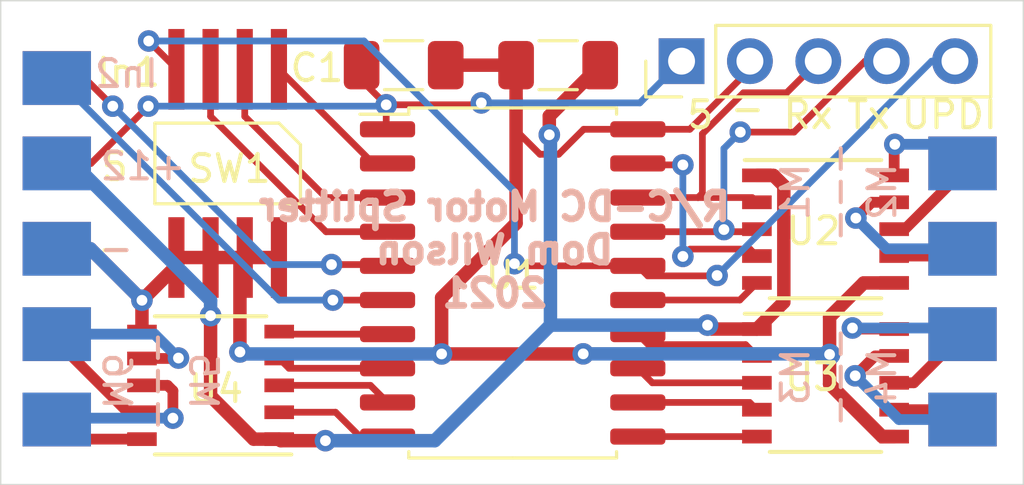
<source format=kicad_pcb>
(kicad_pcb (version 20171130) (host pcbnew "(5.1.9)-1")

  (general
    (thickness 1.6)
    (drawings 19)
    (tracks 218)
    (zones 0)
    (modules 18)
    (nets 34)
  )

  (page A4)
  (layers
    (0 F.Cu signal)
    (31 B.Cu signal)
    (32 B.Adhes user hide)
    (33 F.Adhes user hide)
    (34 B.Paste user hide)
    (35 F.Paste user hide)
    (36 B.SilkS user)
    (37 F.SilkS user)
    (38 B.Mask user hide)
    (39 F.Mask user hide)
    (40 Dwgs.User user hide)
    (41 Cmts.User user hide)
    (42 Eco1.User user hide)
    (43 Eco2.User user hide)
    (44 Edge.Cuts user)
    (45 Margin user hide)
    (46 B.CrtYd user hide)
    (47 F.CrtYd user hide)
    (48 B.Fab user hide)
    (49 F.Fab user hide)
  )

  (setup
    (last_trace_width 0.5)
    (user_trace_width 0.4)
    (user_trace_width 0.5)
    (trace_clearance 0.2)
    (zone_clearance 0.508)
    (zone_45_only no)
    (trace_min 0.2)
    (via_size 0.8)
    (via_drill 0.4)
    (via_min_size 0.4)
    (via_min_drill 0.3)
    (uvia_size 0.3)
    (uvia_drill 0.1)
    (uvias_allowed no)
    (uvia_min_size 0.2)
    (uvia_min_drill 0.1)
    (edge_width 0.05)
    (segment_width 0.2)
    (pcb_text_width 0.3)
    (pcb_text_size 1.5 1.5)
    (mod_edge_width 0.12)
    (mod_text_size 1 1)
    (mod_text_width 0.15)
    (pad_size 1.524 1.524)
    (pad_drill 0.762)
    (pad_to_mask_clearance 0)
    (aux_axis_origin 0 0)
    (grid_origin 90.8304 76.581)
    (visible_elements 7FFFFFFF)
    (pcbplotparams
      (layerselection 0x010f0_ffffffff)
      (usegerberextensions false)
      (usegerberattributes true)
      (usegerberadvancedattributes true)
      (creategerberjobfile true)
      (excludeedgelayer true)
      (linewidth 0.100000)
      (plotframeref false)
      (viasonmask false)
      (mode 1)
      (useauxorigin false)
      (hpglpennumber 1)
      (hpglpenspeed 20)
      (hpglpendiameter 15.000000)
      (psnegative false)
      (psa4output false)
      (plotreference true)
      (plotvalue false)
      (plotinvisibletext false)
      (padsonsilk true)
      (subtractmaskfromsilk false)
      (outputformat 1)
      (mirror false)
      (drillshape 0)
      (scaleselection 1)
      (outputdirectory "gerber"))
  )

  (net 0 "")
  (net 1 GND)
  (net 2 +5V)
  (net 3 UPDI)
  (net 4 "Net-(J2-Pad2)")
  (net 5 "Net-(J2-Pad1)")
  (net 6 "Net-(J3-Pad2)")
  (net 7 "Net-(J3-Pad1)")
  (net 8 "Net-(J4-Pad2)")
  (net 9 "Net-(J4-Pad1)")
  (net 10 RC_IN1)
  (net 11 RC_IN2)
  (net 12 +12V)
  (net 13 Input3)
  (net 14 Input2)
  (net 15 Input1)
  (net 16 Motor1_In1)
  (net 17 Motor1_In2)
  (net 18 Motor2_In1)
  (net 19 Motor2_In2)
  (net 20 Motor3_In1)
  (net 21 Motor3_In2)
  (net 22 Motor4_In1)
  (net 23 Motor4_In2)
  (net 24 Motor5_In1)
  (net 25 Motor5_In2)
  (net 26 Motor6_In1)
  (net 27 Motor6_In2)
  (net 28 "Net-(J8-Pad2)")
  (net 29 "Net-(J8-Pad1)")
  (net 30 "Net-(J7-Pad2)")
  (net 31 "Net-(J7-Pad1)")
  (net 32 "Net-(J9-Pad2)")
  (net 33 "Net-(J9-Pad1)")

  (net_class Default "This is the default net class."
    (clearance 0.2)
    (trace_width 0.25)
    (via_dia 0.8)
    (via_drill 0.4)
    (uvia_dia 0.3)
    (uvia_drill 0.1)
    (add_net +12V)
    (add_net +5V)
    (add_net GND)
    (add_net Input1)
    (add_net Input2)
    (add_net Input3)
    (add_net Motor1_In1)
    (add_net Motor1_In2)
    (add_net Motor2_In1)
    (add_net Motor2_In2)
    (add_net Motor3_In1)
    (add_net Motor3_In2)
    (add_net Motor4_In1)
    (add_net Motor4_In2)
    (add_net Motor5_In1)
    (add_net Motor5_In2)
    (add_net Motor6_In1)
    (add_net Motor6_In2)
    (add_net "Net-(J2-Pad1)")
    (add_net "Net-(J2-Pad2)")
    (add_net "Net-(J3-Pad1)")
    (add_net "Net-(J3-Pad2)")
    (add_net "Net-(J4-Pad1)")
    (add_net "Net-(J4-Pad2)")
    (add_net "Net-(J7-Pad1)")
    (add_net "Net-(J7-Pad2)")
    (add_net "Net-(J8-Pad1)")
    (add_net "Net-(J8-Pad2)")
    (add_net "Net-(J9-Pad1)")
    (add_net "Net-(J9-Pad2)")
    (add_net RC_IN1)
    (add_net RC_IN2)
    (add_net UPDI)
  )

  (module Capacitor_SMD:C_1206_3216Metric_Pad1.33x1.80mm_HandSolder (layer F.Cu) (tedit 5F68FEEF) (tstamp 600F512C)
    (at 111.5445 78.9806 180)
    (descr "Capacitor SMD 1206 (3216 Metric), square (rectangular) end terminal, IPC_7351 nominal with elongated pad for handsoldering. (Body size source: IPC-SM-782 page 76, https://www.pcb-3d.com/wordpress/wp-content/uploads/ipc-sm-782a_amendment_1_and_2.pdf), generated with kicad-footprint-generator")
    (tags "capacitor handsolder")
    (path /601029A3)
    (attr smd)
    (fp_text reference C2 (at 0 -1.85) (layer F.SilkS) hide
      (effects (font (size 1 1) (thickness 0.15)))
    )
    (fp_text value 2.2uf (at 0 1.85) (layer F.Fab)
      (effects (font (size 1 1) (thickness 0.15)))
    )
    (fp_line (start 2.48 1.15) (end -2.48 1.15) (layer F.CrtYd) (width 0.05))
    (fp_line (start 2.48 -1.15) (end 2.48 1.15) (layer F.CrtYd) (width 0.05))
    (fp_line (start -2.48 -1.15) (end 2.48 -1.15) (layer F.CrtYd) (width 0.05))
    (fp_line (start -2.48 1.15) (end -2.48 -1.15) (layer F.CrtYd) (width 0.05))
    (fp_line (start -0.711252 0.91) (end 0.711252 0.91) (layer F.SilkS) (width 0.12))
    (fp_line (start -0.711252 -0.91) (end 0.711252 -0.91) (layer F.SilkS) (width 0.12))
    (fp_line (start 1.6 0.8) (end -1.6 0.8) (layer F.Fab) (width 0.1))
    (fp_line (start 1.6 -0.8) (end 1.6 0.8) (layer F.Fab) (width 0.1))
    (fp_line (start -1.6 -0.8) (end 1.6 -0.8) (layer F.Fab) (width 0.1))
    (fp_line (start -1.6 0.8) (end -1.6 -0.8) (layer F.Fab) (width 0.1))
    (fp_text user %R (at 0 0) (layer F.Fab)
      (effects (font (size 0.8 0.8) (thickness 0.12)))
    )
    (pad 2 smd roundrect (at 1.5625 0 180) (size 1.325 1.8) (layers F.Cu F.Paste F.Mask) (roundrect_rratio 0.1886784905660377)
      (net 1 GND))
    (pad 1 smd roundrect (at -1.5625 0 180) (size 1.325 1.8) (layers F.Cu F.Paste F.Mask) (roundrect_rratio 0.1886784905660377)
      (net 12 +12V))
    (model ${KISYS3DMOD}/Capacitor_SMD.3dshapes/C_1206_3216Metric.wrl
      (at (xyz 0 0 0))
      (scale (xyz 1 1 1))
      (rotate (xyz 0 0 0))
    )
  )

  (module RC-DC-Motor_Splitter_footprints:SOIC-8-Extended_pads_dip-switch (layer F.Cu) (tedit 0) (tstamp 600F53C7)
    (at 99.265 82.635 180)
    (path /600C7A0D)
    (attr smd)
    (fp_text reference SW1 (at -0.0654 -0.196 180) (layer F.SilkS)
      (effects (font (size 1 1) (thickness 0.15)))
    )
    (fp_text value SW_DIP_x04 (at 0 0) (layer F.Fab)
      (effects (font (size 1 1) (thickness 0.15)))
    )
    (fp_line (start -2.46 5.25) (end -2.46 -5.25) (layer F.CrtYd) (width 0.05))
    (fp_line (start 2.46 5.25) (end -2.46 5.25) (layer F.CrtYd) (width 0.05))
    (fp_line (start 2.46 -5.25) (end 2.46 5.25) (layer F.CrtYd) (width 0.05))
    (fp_line (start -2.46 -5.25) (end 2.46 -5.25) (layer F.CrtYd) (width 0.05))
    (fp_line (start 2.705 1.5) (end -1.905 1.5) (layer F.SilkS) (width 0.12))
    (fp_line (start 2.705 -1.5) (end 2.705 1.5) (layer F.SilkS) (width 0.12))
    (fp_line (start -2.705 -1.5) (end 2.705 -1.5) (layer F.SilkS) (width 0.12))
    (fp_line (start -2.705 0.7) (end -2.705 -1.5) (layer F.SilkS) (width 0.12))
    (fp_line (start -1.905 1.5) (end -2.705 0.7) (layer F.SilkS) (width 0.12))
    (pad 4 smd rect (at 1.905 3.5 180) (size 0.6 3) (layers F.Cu F.Paste F.Mask)
      (net 3 UPDI))
    (pad 5 smd rect (at 1.905 -3.5 180) (size 0.6 3) (layers F.Cu F.Paste F.Mask)
      (net 1 GND))
    (pad 3 smd rect (at 0.635 3.5 180) (size 0.6 3) (layers F.Cu F.Paste F.Mask)
      (net 13 Input3))
    (pad 6 smd rect (at 0.635 -3.5 180) (size 0.6 3) (layers F.Cu F.Paste F.Mask)
      (net 1 GND))
    (pad 2 smd rect (at -0.635 3.5 180) (size 0.6 3) (layers F.Cu F.Paste F.Mask)
      (net 14 Input2))
    (pad 7 smd rect (at -0.635 -3.5 180) (size 0.6 3) (layers F.Cu F.Paste F.Mask)
      (net 1 GND))
    (pad 1 smd rect (at -1.905 3.5 180) (size 0.6 3) (layers F.Cu F.Paste F.Mask)
      (net 15 Input1))
    (pad 8 smd rect (at -1.905 -3.5 180) (size 0.6 3) (layers F.Cu F.Paste F.Mask)
      (net 1 GND))
  )

  (module Connector_PinHeader_2.54mm:PinHeader_1x05_P2.54mm_Vertical (layer F.Cu) (tedit 59FED5CC) (tstamp 600F5164)
    (at 116.1304 78.831 90)
    (descr "Through hole straight pin header, 1x05, 2.54mm pitch, single row")
    (tags "Through hole pin header THT 1x05 2.54mm single row")
    (path /600EF9A3)
    (fp_text reference J1 (at 0 -2.33 90) (layer F.SilkS) hide
      (effects (font (size 1 1) (thickness 0.15)))
    )
    (fp_text value Conn_01x05 (at 0 12.49 90) (layer F.Fab)
      (effects (font (size 1 1) (thickness 0.15)))
    )
    (fp_line (start 1.8 -1.8) (end -1.8 -1.8) (layer F.CrtYd) (width 0.05))
    (fp_line (start 1.8 11.95) (end 1.8 -1.8) (layer F.CrtYd) (width 0.05))
    (fp_line (start -1.8 11.95) (end 1.8 11.95) (layer F.CrtYd) (width 0.05))
    (fp_line (start -1.8 -1.8) (end -1.8 11.95) (layer F.CrtYd) (width 0.05))
    (fp_line (start -1.33 -1.33) (end 0 -1.33) (layer F.SilkS) (width 0.12))
    (fp_line (start -1.33 0) (end -1.33 -1.33) (layer F.SilkS) (width 0.12))
    (fp_line (start -1.33 1.27) (end 1.33 1.27) (layer F.SilkS) (width 0.12))
    (fp_line (start 1.33 1.27) (end 1.33 11.49) (layer F.SilkS) (width 0.12))
    (fp_line (start -1.33 1.27) (end -1.33 11.49) (layer F.SilkS) (width 0.12))
    (fp_line (start -1.33 11.49) (end 1.33 11.49) (layer F.SilkS) (width 0.12))
    (fp_line (start -1.27 -0.635) (end -0.635 -1.27) (layer F.Fab) (width 0.1))
    (fp_line (start -1.27 11.43) (end -1.27 -0.635) (layer F.Fab) (width 0.1))
    (fp_line (start 1.27 11.43) (end -1.27 11.43) (layer F.Fab) (width 0.1))
    (fp_line (start 1.27 -1.27) (end 1.27 11.43) (layer F.Fab) (width 0.1))
    (fp_line (start -0.635 -1.27) (end 1.27 -1.27) (layer F.Fab) (width 0.1))
    (fp_text user %R (at 0 5.08) (layer F.Fab)
      (effects (font (size 1 1) (thickness 0.15)))
    )
    (pad 5 thru_hole oval (at 0 10.16 90) (size 1.7 1.7) (drill 1) (layers *.Cu *.Mask)
      (net 3 UPDI))
    (pad 4 thru_hole oval (at 0 7.62 90) (size 1.7 1.7) (drill 1) (layers *.Cu *.Mask)
      (net 17 Motor1_In2))
    (pad 3 thru_hole oval (at 0 5.08 90) (size 1.7 1.7) (drill 1) (layers *.Cu *.Mask)
      (net 16 Motor1_In1))
    (pad 2 thru_hole oval (at 0 2.54 90) (size 1.7 1.7) (drill 1) (layers *.Cu *.Mask)
      (net 1 GND))
    (pad 1 thru_hole rect (at 0 0 90) (size 1.7 1.7) (drill 1) (layers *.Cu *.Mask)
      (net 2 +5V))
    (model ${KISYS3DMOD}/Connector_PinHeader_2.54mm.3dshapes/PinHeader_1x05_P2.54mm_Vertical.wrl
      (at (xyz 0 0 0))
      (scale (xyz 1 1 1))
      (rotate (xyz 0 0 0))
    )
  )

  (module RC-DC-Motor_Splitter_footprints:Single_Pad (layer F.Cu) (tedit 600C7044) (tstamp 600F51A4)
    (at 92.915 79.46 90)
    (path /600EAF31)
    (fp_text reference J11 (at 0.127 -5.3594 90) (layer F.SilkS) hide
      (effects (font (size 1 1) (thickness 0.15)))
    )
    (fp_text value Conn_01x01 (at 0 -0.5 90) (layer F.Fab)
      (effects (font (size 1 1) (thickness 0.15)))
    )
    (pad 1 smd rect (at 0 0 90) (size 2 2.54) (layers F.Cu F.Paste F.Mask)
      (net 11 RC_IN2))
  )

  (module RC-DC-Motor_Splitter_footprints:Single_Pad (layer B.Cu) (tedit 600C7044) (tstamp 600F5198)
    (at 92.915 79.46 270)
    (path /600EAB63)
    (fp_text reference J6 (at -0.127 4.7498 270) (layer B.SilkS) hide
      (effects (font (size 1 1) (thickness 0.15)) (justify mirror))
    )
    (fp_text value Conn_01x01 (at 0 0.5 270) (layer B.Fab)
      (effects (font (size 1 1) (thickness 0.15)) (justify mirror))
    )
    (pad 1 smd rect (at 0 0 270) (size 2 2.54) (layers B.Cu B.Paste B.Mask)
      (net 10 RC_IN1))
  )

  (module RC-DC-Motor_Splitter_footprints:Motor_Pad (layer F.Cu) (tedit 600C6E39) (tstamp 600F539A)
    (at 92.915 82.635 270)
    (path /600E8530)
    (fp_text reference J5 (at 0.1524 4.8768 90) (layer F.SilkS) hide
      (effects (font (size 1 1) (thickness 0.15)))
    )
    (fp_text value Conn_01x02 (at 0 -0.5 90) (layer F.Fab)
      (effects (font (size 1 1) (thickness 0.15)))
    )
    (pad 2 smd rect (at 3.175 0 270) (size 2 2.54) (layers F.Cu F.Paste F.Mask)
      (net 1 GND))
    (pad 1 smd rect (at 0 0 270) (size 2 2.54) (layers F.Cu F.Paste F.Mask)
      (net 2 +5V))
  )

  (module RC-DC-Motor_Splitter_footprints:Motor_Pad (layer B.Cu) (tedit 600C6E39) (tstamp 600F51B1)
    (at 92.915 82.635 270)
    (path /600E2ADE)
    (fp_text reference J10 (at 0.0508 4.7244 90) (layer B.SilkS) hide
      (effects (font (size 1 1) (thickness 0.15)) (justify mirror))
    )
    (fp_text value Conn_01x02 (at 0 0.5 90) (layer B.Fab)
      (effects (font (size 1 1) (thickness 0.15)) (justify mirror))
    )
    (pad 2 smd rect (at 3.175 0 270) (size 2 2.54) (layers B.Cu B.Paste B.Mask)
      (net 1 GND))
    (pad 1 smd rect (at 0 0 270) (size 2 2.54) (layers B.Cu B.Paste B.Mask)
      (net 12 +12V))
  )

  (module RC-DC-Motor_Splitter_footprints:Motor_Pad (layer F.Cu) (tedit 600C6E39) (tstamp 600F538B)
    (at 126.57 82.635 270)
    (path /600E351B)
    (fp_text reference J9 (at 0.2032 -5.4356 90) (layer F.SilkS) hide
      (effects (font (size 1 1) (thickness 0.15)))
    )
    (fp_text value Conn_01x02 (at 0 -0.5 90) (layer F.Fab)
      (effects (font (size 1 1) (thickness 0.15)))
    )
    (pad 2 smd rect (at 3.175 0 270) (size 2 2.54) (layers F.Cu F.Paste F.Mask)
      (net 32 "Net-(J9-Pad2)"))
    (pad 1 smd rect (at 0 0 270) (size 2 2.54) (layers F.Cu F.Paste F.Mask)
      (net 33 "Net-(J9-Pad1)"))
  )

  (module RC-DC-Motor_Splitter_footprints:Motor_Pad (layer B.Cu) (tedit 600C6E39) (tstamp 600F51C0)
    (at 126.57 82.635 270)
    (path /600E2035)
    (fp_text reference J7 (at -0.2032 -4.1656 90) (layer B.SilkS) hide
      (effects (font (size 1 1) (thickness 0.15)) (justify mirror))
    )
    (fp_text value Conn_01x02 (at 0 0.5 90) (layer B.Fab)
      (effects (font (size 1 1) (thickness 0.15)) (justify mirror))
    )
    (pad 2 smd rect (at 3.175 0 270) (size 2 2.54) (layers B.Cu B.Paste B.Mask)
      (net 30 "Net-(J7-Pad2)"))
    (pad 1 smd rect (at 0 0 270) (size 2 2.54) (layers B.Cu B.Paste B.Mask)
      (net 31 "Net-(J7-Pad1)"))
  )

  (module RC-DC-Motor_Splitter_footprints:Motor_Pad (layer F.Cu) (tedit 600C6E39) (tstamp 600F53A9)
    (at 126.57 88.985 270)
    (path /600E4B5B)
    (fp_text reference J3 (at 0.4318 -5.6896 90) (layer F.SilkS) hide
      (effects (font (size 1 1) (thickness 0.15)))
    )
    (fp_text value Conn_01x02 (at 0 -0.5 90) (layer F.Fab)
      (effects (font (size 1 1) (thickness 0.15)))
    )
    (pad 2 smd rect (at 3.175 0 270) (size 2 2.54) (layers F.Cu F.Paste F.Mask)
      (net 6 "Net-(J3-Pad2)"))
    (pad 1 smd rect (at 0 0 270) (size 2 2.54) (layers F.Cu F.Paste F.Mask)
      (net 7 "Net-(J3-Pad1)"))
  )

  (module RC-DC-Motor_Splitter_footprints:Motor_Pad (layer B.Cu) (tedit 600C6E39) (tstamp 600F51CF)
    (at 126.57 88.985 270)
    (path /600E41BB)
    (fp_text reference J2 (at -0.0508 -3.683 90) (layer B.SilkS) hide
      (effects (font (size 1 1) (thickness 0.15)) (justify mirror))
    )
    (fp_text value Conn_01x02 (at 0 0.5 90) (layer B.Fab)
      (effects (font (size 1 1) (thickness 0.15)) (justify mirror))
    )
    (pad 2 smd rect (at 3.175 0 270) (size 2 2.54) (layers B.Cu B.Paste B.Mask)
      (net 4 "Net-(J2-Pad2)"))
    (pad 1 smd rect (at 0 0 270) (size 2 2.54) (layers B.Cu B.Paste B.Mask)
      (net 5 "Net-(J2-Pad1)"))
  )

  (module RC-DC-Motor_Splitter_footprints:Motor_Pad (layer B.Cu) (tedit 600C6E39) (tstamp 600F533D)
    (at 92.915 92.16 90)
    (path /600DD084)
    (fp_text reference J8 (at -2.0828 0.127 270) (layer B.SilkS) hide
      (effects (font (size 1 1) (thickness 0.15)) (justify mirror))
    )
    (fp_text value Conn_01x02 (at 0 0.5 270) (layer B.Fab)
      (effects (font (size 1 1) (thickness 0.15)) (justify mirror))
    )
    (pad 2 smd rect (at 3.175 0 90) (size 2 2.54) (layers B.Cu B.Paste B.Mask)
      (net 28 "Net-(J8-Pad2)"))
    (pad 1 smd rect (at 0 0 90) (size 2 2.54) (layers B.Cu B.Paste B.Mask)
      (net 29 "Net-(J8-Pad1)"))
  )

  (module RC-DC-Motor_Splitter_footprints:Motor_Pad (layer F.Cu) (tedit 600C6E39) (tstamp 600F534C)
    (at 92.915 92.16 90)
    (path /600DB784)
    (fp_text reference J4 (at 0.0508 -5.0292 90) (layer F.SilkS) hide
      (effects (font (size 1 1) (thickness 0.15)))
    )
    (fp_text value Conn_01x02 (at 0 -0.5 90) (layer F.Fab)
      (effects (font (size 1 1) (thickness 0.15)))
    )
    (pad 2 smd rect (at 3.175 0 90) (size 2 2.54) (layers F.Cu F.Paste F.Mask)
      (net 8 "Net-(J4-Pad2)"))
    (pad 1 smd rect (at 0 0 90) (size 2 2.54) (layers F.Cu F.Paste F.Mask)
      (net 9 "Net-(J4-Pad1)"))
  )

  (module RC-DC-Motor_Splitter_footprints:SOIC-10_3.9x4.9mm_P1.00mm (layer F.Cu) (tedit 600EC96F) (tstamp 600F59D1)
    (at 98.63 90.89 180)
    (descr "10-Lead SSOP, 3.9 x 4.9mm body, 1.00mm pitch (http://www.st.com/resource/en/datasheet/viper01.pdf)")
    (tags "SSOP 3.9 4.9 1.00")
    (path /600C5254)
    (attr smd)
    (fp_text reference U4 (at -0.2032 -0.127) (layer F.SilkS)
      (effects (font (size 1 1) (thickness 0.15)))
    )
    (fp_text value LV8548MC_Dual_HBridge_SOIC10 (at 0 3.5) (layer F.Fab)
      (effects (font (size 1 1) (thickness 0.15)))
    )
    (fp_line (start -0.95 -2.45) (end 1.95 -2.45) (layer F.Fab) (width 0.1))
    (fp_line (start 1.95 -2.45) (end 1.95 2.45) (layer F.Fab) (width 0.1))
    (fp_line (start 1.95 2.45) (end -1.95 2.45) (layer F.Fab) (width 0.1))
    (fp_line (start -1.95 2.45) (end -1.95 -1.45) (layer F.Fab) (width 0.1))
    (fp_line (start -1.95 -1.45) (end -0.95 -2.45) (layer F.Fab) (width 0.1))
    (fp_line (start -3.35 -2.7) (end -3.35 2.7) (layer F.CrtYd) (width 0.05))
    (fp_line (start 3.35 -2.7) (end 3.35 2.7) (layer F.CrtYd) (width 0.05))
    (fp_line (start -3.35 -2.7) (end 3.35 -2.7) (layer F.CrtYd) (width 0.05))
    (fp_line (start -3.35 2.7) (end 3.35 2.7) (layer F.CrtYd) (width 0.05))
    (fp_line (start -3 -2.57) (end 2.07 -2.57) (layer F.SilkS) (width 0.15))
    (fp_line (start -2.07 2.57) (end 2.07 2.57) (layer F.SilkS) (width 0.15))
    (fp_text user %R (at 0 0) (layer F.Fab)
      (effects (font (size 1 1) (thickness 0.15)))
    )
    (pad 10 smd rect (at 2.55 -2 180) (size 1.1 0.51) (layers F.Cu F.Paste F.Mask)
      (net 9 "Net-(J4-Pad1)"))
    (pad 9 smd rect (at 2.55 -1 180) (size 1.1 0.51) (layers F.Cu F.Paste F.Mask)
      (net 8 "Net-(J4-Pad2)"))
    (pad 5 smd rect (at -2.55 2 180) (size 1.1 0.51) (layers F.Cu F.Paste F.Mask)
      (net 27 Motor6_In2))
    (pad 8 smd rect (at 2.55 0 180) (size 1.1 0.51) (layers F.Cu F.Paste F.Mask)
      (net 29 "Net-(J8-Pad1)"))
    (pad 7 smd rect (at 2.55 1 180) (size 1.1 0.51) (layers F.Cu F.Paste F.Mask)
      (net 28 "Net-(J8-Pad2)"))
    (pad 6 smd rect (at 2.55 2 180) (size 1.1 0.51) (layers F.Cu F.Paste F.Mask)
      (net 1 GND))
    (pad 4 smd rect (at -2.55 1 180) (size 1.1 0.51) (layers F.Cu F.Paste F.Mask)
      (net 26 Motor6_In1))
    (pad 3 smd rect (at -2.55 0 180) (size 1.1 0.51) (layers F.Cu F.Paste F.Mask)
      (net 25 Motor5_In2))
    (pad 2 smd rect (at -2.55 -1 180) (size 1.1 0.51) (layers F.Cu F.Paste F.Mask)
      (net 24 Motor5_In1))
    (pad 1 smd rect (at -2.55 -2 180) (size 1.1 0.51) (layers F.Cu F.Paste F.Mask)
      (net 12 +12V))
    (model ${KISYS3DMOD}/Package_SO.3dshapes/SSOP-10_3.9x4.9mm_P1.00mm.wrl
      (at (xyz 0 0 0))
      (scale (xyz 1 1 1))
      (rotate (xyz 0 0 0))
    )
  )

  (module RC-DC-Motor_Splitter_footprints:SOIC-10_3.9x4.9mm_P1.00mm (layer F.Cu) (tedit 600EC96F) (tstamp 600F523D)
    (at 121.48 90.795)
    (descr "10-Lead SSOP, 3.9 x 4.9mm body, 1.00mm pitch (http://www.st.com/resource/en/datasheet/viper01.pdf)")
    (tags "SSOP 3.9 4.9 1.00")
    (path /600BFC6B)
    (attr smd)
    (fp_text reference U3 (at -0.4998 -0.2186) (layer F.SilkS)
      (effects (font (size 1 1) (thickness 0.15)))
    )
    (fp_text value LV8548MC_Dual_HBridge_SOIC10 (at 0 3.5) (layer F.Fab)
      (effects (font (size 1 1) (thickness 0.15)))
    )
    (fp_line (start -0.95 -2.45) (end 1.95 -2.45) (layer F.Fab) (width 0.1))
    (fp_line (start 1.95 -2.45) (end 1.95 2.45) (layer F.Fab) (width 0.1))
    (fp_line (start 1.95 2.45) (end -1.95 2.45) (layer F.Fab) (width 0.1))
    (fp_line (start -1.95 2.45) (end -1.95 -1.45) (layer F.Fab) (width 0.1))
    (fp_line (start -1.95 -1.45) (end -0.95 -2.45) (layer F.Fab) (width 0.1))
    (fp_line (start -3.35 -2.7) (end -3.35 2.7) (layer F.CrtYd) (width 0.05))
    (fp_line (start 3.35 -2.7) (end 3.35 2.7) (layer F.CrtYd) (width 0.05))
    (fp_line (start -3.35 -2.7) (end 3.35 -2.7) (layer F.CrtYd) (width 0.05))
    (fp_line (start -3.35 2.7) (end 3.35 2.7) (layer F.CrtYd) (width 0.05))
    (fp_line (start -3 -2.57) (end 2.07 -2.57) (layer F.SilkS) (width 0.15))
    (fp_line (start -2.07 2.57) (end 2.07 2.57) (layer F.SilkS) (width 0.15))
    (fp_text user %R (at 0 0) (layer F.Fab)
      (effects (font (size 1 1) (thickness 0.15)))
    )
    (pad 10 smd rect (at 2.55 -2) (size 1.1 0.51) (layers F.Cu F.Paste F.Mask)
      (net 5 "Net-(J2-Pad1)"))
    (pad 9 smd rect (at 2.55 -1) (size 1.1 0.51) (layers F.Cu F.Paste F.Mask)
      (net 4 "Net-(J2-Pad2)"))
    (pad 5 smd rect (at -2.55 2) (size 1.1 0.51) (layers F.Cu F.Paste F.Mask)
      (net 23 Motor4_In2))
    (pad 8 smd rect (at 2.55 0) (size 1.1 0.51) (layers F.Cu F.Paste F.Mask)
      (net 7 "Net-(J3-Pad1)"))
    (pad 7 smd rect (at 2.55 1) (size 1.1 0.51) (layers F.Cu F.Paste F.Mask)
      (net 6 "Net-(J3-Pad2)"))
    (pad 6 smd rect (at 2.55 2) (size 1.1 0.51) (layers F.Cu F.Paste F.Mask)
      (net 1 GND))
    (pad 4 smd rect (at -2.55 1) (size 1.1 0.51) (layers F.Cu F.Paste F.Mask)
      (net 22 Motor4_In1))
    (pad 3 smd rect (at -2.55 0) (size 1.1 0.51) (layers F.Cu F.Paste F.Mask)
      (net 21 Motor3_In2))
    (pad 2 smd rect (at -2.55 -1) (size 1.1 0.51) (layers F.Cu F.Paste F.Mask)
      (net 20 Motor3_In1))
    (pad 1 smd rect (at -2.55 -2) (size 1.1 0.51) (layers F.Cu F.Paste F.Mask)
      (net 12 +12V))
    (model ${KISYS3DMOD}/Package_SO.3dshapes/SSOP-10_3.9x4.9mm_P1.00mm.wrl
      (at (xyz 0 0 0))
      (scale (xyz 1 1 1))
      (rotate (xyz 0 0 0))
    )
  )

  (module RC-DC-Motor_Splitter_footprints:SOIC-10_3.9x4.9mm_P1.00mm (layer F.Cu) (tedit 600EC96F) (tstamp 600F5288)
    (at 121.48 85.08)
    (descr "10-Lead SSOP, 3.9 x 4.9mm body, 1.00mm pitch (http://www.st.com/resource/en/datasheet/viper01.pdf)")
    (tags "SSOP 3.9 4.9 1.00")
    (path /602517F1)
    (attr smd)
    (fp_text reference U2 (at -0.449 0.0696) (layer F.SilkS)
      (effects (font (size 1 1) (thickness 0.15)))
    )
    (fp_text value LV8548MC_Dual_HBridge_SOIC10 (at 0 3.5) (layer F.Fab)
      (effects (font (size 1 1) (thickness 0.15)))
    )
    (fp_line (start -0.95 -2.45) (end 1.95 -2.45) (layer F.Fab) (width 0.1))
    (fp_line (start 1.95 -2.45) (end 1.95 2.45) (layer F.Fab) (width 0.1))
    (fp_line (start 1.95 2.45) (end -1.95 2.45) (layer F.Fab) (width 0.1))
    (fp_line (start -1.95 2.45) (end -1.95 -1.45) (layer F.Fab) (width 0.1))
    (fp_line (start -1.95 -1.45) (end -0.95 -2.45) (layer F.Fab) (width 0.1))
    (fp_line (start -3.35 -2.7) (end -3.35 2.7) (layer F.CrtYd) (width 0.05))
    (fp_line (start 3.35 -2.7) (end 3.35 2.7) (layer F.CrtYd) (width 0.05))
    (fp_line (start -3.35 -2.7) (end 3.35 -2.7) (layer F.CrtYd) (width 0.05))
    (fp_line (start -3.35 2.7) (end 3.35 2.7) (layer F.CrtYd) (width 0.05))
    (fp_line (start -3 -2.57) (end 2.07 -2.57) (layer F.SilkS) (width 0.15))
    (fp_line (start -2.07 2.57) (end 2.07 2.57) (layer F.SilkS) (width 0.15))
    (fp_text user %R (at 0 0) (layer F.Fab)
      (effects (font (size 1 1) (thickness 0.15)))
    )
    (pad 10 smd rect (at 2.55 -2) (size 1.1 0.51) (layers F.Cu F.Paste F.Mask)
      (net 31 "Net-(J7-Pad1)"))
    (pad 9 smd rect (at 2.55 -1) (size 1.1 0.51) (layers F.Cu F.Paste F.Mask)
      (net 30 "Net-(J7-Pad2)"))
    (pad 5 smd rect (at -2.55 2) (size 1.1 0.51) (layers F.Cu F.Paste F.Mask)
      (net 19 Motor2_In2))
    (pad 8 smd rect (at 2.55 0) (size 1.1 0.51) (layers F.Cu F.Paste F.Mask)
      (net 33 "Net-(J9-Pad1)"))
    (pad 7 smd rect (at 2.55 1) (size 1.1 0.51) (layers F.Cu F.Paste F.Mask)
      (net 32 "Net-(J9-Pad2)"))
    (pad 6 smd rect (at 2.55 2) (size 1.1 0.51) (layers F.Cu F.Paste F.Mask)
      (net 1 GND))
    (pad 4 smd rect (at -2.55 1) (size 1.1 0.51) (layers F.Cu F.Paste F.Mask)
      (net 18 Motor2_In1))
    (pad 3 smd rect (at -2.55 0) (size 1.1 0.51) (layers F.Cu F.Paste F.Mask)
      (net 17 Motor1_In2))
    (pad 2 smd rect (at -2.55 -1) (size 1.1 0.51) (layers F.Cu F.Paste F.Mask)
      (net 16 Motor1_In1))
    (pad 1 smd rect (at -2.55 -2) (size 1.1 0.51) (layers F.Cu F.Paste F.Mask)
      (net 12 +12V))
    (model ${KISYS3DMOD}/Package_SO.3dshapes/SSOP-10_3.9x4.9mm_P1.00mm.wrl
      (at (xyz 0 0 0))
      (scale (xyz 1 1 1))
      (rotate (xyz 0 0 0))
    )
  )

  (module Package_SO:SOIC-20W_7.5x12.8mm_P1.27mm (layer F.Cu) (tedit 5D9F72B1) (tstamp 600F52E4)
    (at 109.855 87.08)
    (descr "SOIC, 20 Pin (JEDEC MS-013AC, https://www.analog.com/media/en/package-pcb-resources/package/233848rw_20.pdf), generated with kicad-footprint-generator ipc_gullwing_generator.py")
    (tags "SOIC SO")
    (path /60258FEF)
    (attr smd)
    (fp_text reference U1 (at 0.0018 -0.2794) (layer F.SilkS)
      (effects (font (size 1 1) (thickness 0.15)))
    )
    (fp_text value ATtiny416-S (at 0 7.35) (layer F.Fab)
      (effects (font (size 1 1) (thickness 0.15)))
    )
    (fp_line (start 5.93 -6.65) (end -5.93 -6.65) (layer F.CrtYd) (width 0.05))
    (fp_line (start 5.93 6.65) (end 5.93 -6.65) (layer F.CrtYd) (width 0.05))
    (fp_line (start -5.93 6.65) (end 5.93 6.65) (layer F.CrtYd) (width 0.05))
    (fp_line (start -5.93 -6.65) (end -5.93 6.65) (layer F.CrtYd) (width 0.05))
    (fp_line (start -3.75 -5.4) (end -2.75 -6.4) (layer F.Fab) (width 0.1))
    (fp_line (start -3.75 6.4) (end -3.75 -5.4) (layer F.Fab) (width 0.1))
    (fp_line (start 3.75 6.4) (end -3.75 6.4) (layer F.Fab) (width 0.1))
    (fp_line (start 3.75 -6.4) (end 3.75 6.4) (layer F.Fab) (width 0.1))
    (fp_line (start -2.75 -6.4) (end 3.75 -6.4) (layer F.Fab) (width 0.1))
    (fp_line (start -3.86 -6.275) (end -5.675 -6.275) (layer F.SilkS) (width 0.12))
    (fp_line (start -3.86 -6.51) (end -3.86 -6.275) (layer F.SilkS) (width 0.12))
    (fp_line (start 0 -6.51) (end -3.86 -6.51) (layer F.SilkS) (width 0.12))
    (fp_line (start 3.86 -6.51) (end 3.86 -6.275) (layer F.SilkS) (width 0.12))
    (fp_line (start 0 -6.51) (end 3.86 -6.51) (layer F.SilkS) (width 0.12))
    (fp_line (start -3.86 6.51) (end -3.86 6.275) (layer F.SilkS) (width 0.12))
    (fp_line (start 0 6.51) (end -3.86 6.51) (layer F.SilkS) (width 0.12))
    (fp_line (start 3.86 6.51) (end 3.86 6.275) (layer F.SilkS) (width 0.12))
    (fp_line (start 0 6.51) (end 3.86 6.51) (layer F.SilkS) (width 0.12))
    (fp_text user %R (at 0 0) (layer F.Fab)
      (effects (font (size 1 1) (thickness 0.15)))
    )
    (pad 20 smd roundrect (at 4.65 -5.715) (size 2.05 0.6) (layers F.Cu F.Paste F.Mask) (roundrect_rratio 0.25)
      (net 1 GND))
    (pad 19 smd roundrect (at 4.65 -4.445) (size 2.05 0.6) (layers F.Cu F.Paste F.Mask) (roundrect_rratio 0.25)
      (net 18 Motor2_In1))
    (pad 18 smd roundrect (at 4.65 -3.175) (size 2.05 0.6) (layers F.Cu F.Paste F.Mask) (roundrect_rratio 0.25)
      (net 16 Motor1_In1))
    (pad 17 smd roundrect (at 4.65 -1.905) (size 2.05 0.6) (layers F.Cu F.Paste F.Mask) (roundrect_rratio 0.25)
      (net 17 Motor1_In2))
    (pad 16 smd roundrect (at 4.65 -0.635) (size 2.05 0.6) (layers F.Cu F.Paste F.Mask) (roundrect_rratio 0.25)
      (net 3 UPDI))
    (pad 15 smd roundrect (at 4.65 0.635) (size 2.05 0.6) (layers F.Cu F.Paste F.Mask) (roundrect_rratio 0.25)
      (net 19 Motor2_In2))
    (pad 14 smd roundrect (at 4.65 1.905) (size 2.05 0.6) (layers F.Cu F.Paste F.Mask) (roundrect_rratio 0.25)
      (net 20 Motor3_In1))
    (pad 13 smd roundrect (at 4.65 3.175) (size 2.05 0.6) (layers F.Cu F.Paste F.Mask) (roundrect_rratio 0.25)
      (net 21 Motor3_In2))
    (pad 12 smd roundrect (at 4.65 4.445) (size 2.05 0.6) (layers F.Cu F.Paste F.Mask) (roundrect_rratio 0.25)
      (net 22 Motor4_In1))
    (pad 11 smd roundrect (at 4.65 5.715) (size 2.05 0.6) (layers F.Cu F.Paste F.Mask) (roundrect_rratio 0.25)
      (net 23 Motor4_In2))
    (pad 10 smd roundrect (at -4.65 5.715) (size 2.05 0.6) (layers F.Cu F.Paste F.Mask) (roundrect_rratio 0.25)
      (net 24 Motor5_In1))
    (pad 9 smd roundrect (at -4.65 4.445) (size 2.05 0.6) (layers F.Cu F.Paste F.Mask) (roundrect_rratio 0.25)
      (net 25 Motor5_In2))
    (pad 8 smd roundrect (at -4.65 3.175) (size 2.05 0.6) (layers F.Cu F.Paste F.Mask) (roundrect_rratio 0.25)
      (net 26 Motor6_In1))
    (pad 7 smd roundrect (at -4.65 1.905) (size 2.05 0.6) (layers F.Cu F.Paste F.Mask) (roundrect_rratio 0.25)
      (net 27 Motor6_In2))
    (pad 6 smd roundrect (at -4.65 0.635) (size 2.05 0.6) (layers F.Cu F.Paste F.Mask) (roundrect_rratio 0.25)
      (net 10 RC_IN1))
    (pad 5 smd roundrect (at -4.65 -0.635) (size 2.05 0.6) (layers F.Cu F.Paste F.Mask) (roundrect_rratio 0.25)
      (net 11 RC_IN2))
    (pad 4 smd roundrect (at -4.65 -1.905) (size 2.05 0.6) (layers F.Cu F.Paste F.Mask) (roundrect_rratio 0.25)
      (net 13 Input3))
    (pad 3 smd roundrect (at -4.65 -3.175) (size 2.05 0.6) (layers F.Cu F.Paste F.Mask) (roundrect_rratio 0.25)
      (net 14 Input2))
    (pad 2 smd roundrect (at -4.65 -4.445) (size 2.05 0.6) (layers F.Cu F.Paste F.Mask) (roundrect_rratio 0.25)
      (net 15 Input1))
    (pad 1 smd roundrect (at -4.65 -5.715) (size 2.05 0.6) (layers F.Cu F.Paste F.Mask) (roundrect_rratio 0.25)
      (net 2 +5V))
    (model ${KISYS3DMOD}/Package_SO.3dshapes/SOIC-20W_7.5x12.8mm_P1.27mm.wrl
      (at (xyz 0 0 0))
      (scale (xyz 1 1 1))
      (rotate (xyz 0 0 0))
    )
  )

  (module Capacitor_SMD:C_1206_3216Metric_Pad1.33x1.80mm_HandSolder (layer F.Cu) (tedit 5F68FEEF) (tstamp 600F5366)
    (at 105.8041 78.9806)
    (descr "Capacitor SMD 1206 (3216 Metric), square (rectangular) end terminal, IPC_7351 nominal with elongated pad for handsoldering. (Body size source: IPC-SM-782 page 76, https://www.pcb-3d.com/wordpress/wp-content/uploads/ipc-sm-782a_amendment_1_and_2.pdf), generated with kicad-footprint-generator")
    (tags "capacitor handsolder")
    (path /600B17A0)
    (attr smd)
    (fp_text reference C1 (at -3.2237 0.1004) (layer F.SilkS)
      (effects (font (size 1 1) (thickness 0.15)))
    )
    (fp_text value 0.1uf (at 0 1.85) (layer F.Fab)
      (effects (font (size 1 1) (thickness 0.15)))
    )
    (fp_line (start 2.48 1.15) (end -2.48 1.15) (layer F.CrtYd) (width 0.05))
    (fp_line (start 2.48 -1.15) (end 2.48 1.15) (layer F.CrtYd) (width 0.05))
    (fp_line (start -2.48 -1.15) (end 2.48 -1.15) (layer F.CrtYd) (width 0.05))
    (fp_line (start -2.48 1.15) (end -2.48 -1.15) (layer F.CrtYd) (width 0.05))
    (fp_line (start -0.711252 0.91) (end 0.711252 0.91) (layer F.SilkS) (width 0.12))
    (fp_line (start -0.711252 -0.91) (end 0.711252 -0.91) (layer F.SilkS) (width 0.12))
    (fp_line (start 1.6 0.8) (end -1.6 0.8) (layer F.Fab) (width 0.1))
    (fp_line (start 1.6 -0.8) (end 1.6 0.8) (layer F.Fab) (width 0.1))
    (fp_line (start -1.6 -0.8) (end 1.6 -0.8) (layer F.Fab) (width 0.1))
    (fp_line (start -1.6 0.8) (end -1.6 -0.8) (layer F.Fab) (width 0.1))
    (fp_text user %R (at 0 0) (layer F.Fab)
      (effects (font (size 0.8 0.8) (thickness 0.12)))
    )
    (pad 2 smd roundrect (at 1.5625 0) (size 1.325 1.8) (layers F.Cu F.Paste F.Mask) (roundrect_rratio 0.1886784905660377)
      (net 1 GND))
    (pad 1 smd roundrect (at -1.5625 0) (size 1.325 1.8) (layers F.Cu F.Paste F.Mask) (roundrect_rratio 0.1886784905660377)
      (net 2 +5V))
    (model ${KISYS3DMOD}/Capacitor_SMD.3dshapes/C_1206_3216Metric.wrl
      (at (xyz 0 0 0))
      (scale (xyz 1 1 1))
      (rotate (xyz 0 0 0))
    )
  )

  (gr_text "R/C-DC Motor Splitter\nDom Wilson\n2021" (at 109.1819 85.85708) (layer B.SilkS)
    (effects (font (size 1 1) (thickness 0.25)) (justify mirror))
  )
  (gr_text "M5\n---\nM6" (at 96.7486 90.7288 -90) (layer B.SilkS) (tstamp 600F5A06)
    (effects (font (size 1 1) (thickness 0.15)) (justify mirror))
  )
  (gr_text "M3\n---\nM4\n" (at 121.9708 90.5764 90) (layer B.SilkS) (tstamp 600F598E)
    (effects (font (size 1 1) (thickness 0.15)) (justify mirror))
  )
  (gr_text "M1\n---\nM2" (at 121.9708 83.693 90) (layer B.SilkS)
    (effects (font (size 1 1) (thickness 0.15)) (justify mirror))
  )
  (gr_text UPDI (at 126.0804 80.831) (layer F.SilkS)
    (effects (font (size 1 1) (thickness 0.15)))
  )
  (gr_text Tx (at 123.0804 80.831) (layer F.SilkS)
    (effects (font (size 1 1) (thickness 0.15)))
  )
  (gr_text Rx (at 120.8304 80.831) (layer F.SilkS)
    (effects (font (size 1 1) (thickness 0.15)))
  )
  (gr_text - (at 118.5804 80.581) (layer F.SilkS)
    (effects (font (size 1 1) (thickness 0.15)))
  )
  (gr_text "5\n" (at 116.8304 80.831) (layer F.SilkS)
    (effects (font (size 1 1) (thickness 0.15)))
  )
  (gr_line (start 128.8304 76.581) (end 90.8304 76.581) (layer Edge.Cuts) (width 0.05) (tstamp 600F4F2D))
  (gr_line (start 128.8304 94.581) (end 128.8304 76.581) (layer Edge.Cuts) (width 0.05))
  (gr_line (start 90.8304 94.581) (end 128.8304 94.581) (layer Edge.Cuts) (width 0.05))
  (gr_line (start 90.8304 76.581) (end 90.8304 94.581) (layer Edge.Cuts) (width 0.05))
  (gr_text "-\n" (at 95.1248 85.7846) (layer B.SilkS) (tstamp 600F550A)
    (effects (font (size 1 1) (thickness 0.15)) (justify mirror))
  )
  (gr_text "+12\n" (at 96.1154 82.7366) (layer B.SilkS) (tstamp 600F5507)
    (effects (font (size 1 1) (thickness 0.15)) (justify mirror))
  )
  (gr_text "In2\n" (at 95.504 79.2988) (layer B.SilkS) (tstamp 600F5504)
    (effects (font (size 1 1) (thickness 0.15)) (justify mirror))
  )
  (gr_text "In1\n" (at 95.5802 79.248) (layer F.SilkS) (tstamp 600F54FE)
    (effects (font (size 1 1) (thickness 0.15)))
  )
  (gr_text 5 (at 95.074 82.762) (layer F.SilkS) (tstamp 600F5501)
    (effects (font (size 1 1) (thickness 0.15)))
  )
  (gr_text - (at 95.074 85.7846) (layer F.SilkS) (tstamp 600F550D)
    (effects (font (size 1 1) (thickness 0.15)))
  )

  (via (at 107.2152 89.7216) (size 0.8) (drill 0.4) (layers F.Cu B.Cu) (net 1) (tstamp 600F54F5))
  (segment (start 101.2208 86.4958) (end 101.17 86.445) (width 0.5) (layer F.Cu) (net 1) (tstamp 600F5612) (status 30))
  (segment (start 96.08 87.725) (end 97.36 86.445) (width 0.5) (layer F.Cu) (net 1) (tstamp 600F5621) (status 20))
  (segment (start 96.08 88.89) (end 96.08 87.725) (width 0.5) (layer F.Cu) (net 1) (tstamp 600F561E) (status 10))
  (segment (start 114.505 81.365) (end 114.455 81.365) (width 0.5) (layer F.Cu) (net 1) (tstamp 600F561B) (status 30))
  (segment (start 113.972166 81.365) (end 114.505 81.365) (width 0.5) (layer F.Cu) (net 1) (tstamp 600F5618) (status 30))
  (via (at 96.08 87.725) (size 0.8) (drill 0.4) (layers F.Cu B.Cu) (net 1) (tstamp 600F54F2))
  (segment (start 94.165 85.81) (end 96.08 87.725) (width 0.5) (layer B.Cu) (net 1) (tstamp 600F5606) (status 10))
  (segment (start 92.915 85.81) (end 94.165 85.81) (width 0.5) (layer B.Cu) (net 1) (tstamp 600F5603) (status 30))
  (segment (start 94.165 85.81) (end 96.08 87.725) (width 0.5) (layer F.Cu) (net 1) (tstamp 600F5609) (status 10))
  (segment (start 92.915 85.81) (end 94.165 85.81) (width 0.5) (layer F.Cu) (net 1) (tstamp 600F560F) (status 30))
  (via (at 99.7204 89.6486) (size 0.8) (drill 0.4) (layers F.Cu B.Cu) (net 1) (tstamp 600F510E))
  (segment (start 99.7934 89.7216) (end 99.7204 89.6486) (width 0.5) (layer B.Cu) (net 1) (tstamp 600F54A1))
  (segment (start 107.2152 89.7216) (end 99.7934 89.7216) (width 0.5) (layer B.Cu) (net 1) (tstamp 600F549E))
  (segment (start 99.7204 86.3146) (end 99.9 86.135) (width 0.5) (layer F.Cu) (net 1) (tstamp 600F54D1) (status 30))
  (segment (start 99.7204 89.6486) (end 99.7204 86.3146) (width 0.5) (layer F.Cu) (net 1) (tstamp 600F54BF) (status 20))
  (segment (start 101.17 86.135) (end 97.36 86.135) (width 0.5) (layer F.Cu) (net 1) (tstamp 600F54D7) (status 30))
  (segment (start 107.3666 78.9806) (end 109.982 78.9806) (width 0.5) (layer F.Cu) (net 1) (tstamp 600F545C) (status 30))
  (segment (start 107.2152 89.7216) (end 107.2152 87.6298) (width 0.5) (layer F.Cu) (net 1))
  (segment (start 109.982 84.863) (end 107.2152 87.6298) (width 0.5) (layer F.Cu) (net 1))
  (segment (start 122.898998 87.08) (end 124.03 87.08) (width 0.5) (layer F.Cu) (net 1) (status 20))
  (segment (start 121.630599 88.348399) (end 122.898998 87.08) (width 0.5) (layer F.Cu) (net 1))
  (segment (start 123.584798 92.795) (end 121.630599 90.840801) (width 0.5) (layer F.Cu) (net 1) (status 10))
  (segment (start 124.03 92.795) (end 123.584798 92.795) (width 0.5) (layer F.Cu) (net 1) (status 30))
  (via (at 112.47628 89.71788) (size 0.8) (drill 0.4) (layers F.Cu B.Cu) (net 1))
  (segment (start 112.47256 89.7216) (end 112.47628 89.71788) (width 0.5) (layer F.Cu) (net 1))
  (segment (start 107.2152 89.7216) (end 112.47256 89.7216) (width 0.5) (layer F.Cu) (net 1))
  (via (at 121.630599 89.738359) (size 0.8) (drill 0.4) (layers F.Cu B.Cu) (net 1))
  (segment (start 121.61012 89.71788) (end 121.630599 89.738359) (width 0.5) (layer B.Cu) (net 1))
  (segment (start 112.47628 89.71788) (end 121.61012 89.71788) (width 0.5) (layer B.Cu) (net 1))
  (segment (start 121.630599 89.738359) (end 121.630599 88.348399) (width 0.5) (layer F.Cu) (net 1))
  (segment (start 121.630599 90.840801) (end 121.630599 89.738359) (width 0.5) (layer F.Cu) (net 1))
  (segment (start 118.6704 79.132192) (end 118.6704 78.831) (width 0.25) (layer F.Cu) (net 1) (status 30))
  (segment (start 116.437592 81.365) (end 118.6704 79.132192) (width 0.25) (layer F.Cu) (net 1) (status 20))
  (segment (start 114.505 81.365) (end 116.437592 81.365) (width 0.25) (layer F.Cu) (net 1) (status 10))
  (segment (start 109.982 81.408122) (end 109.982 80.25892) (width 0.25) (layer F.Cu) (net 1))
  (segment (start 110.868439 82.294561) (end 109.982 81.408122) (width 0.25) (layer F.Cu) (net 1))
  (segment (start 111.564441 82.294561) (end 110.868439 82.294561) (width 0.25) (layer F.Cu) (net 1))
  (segment (start 112.494002 81.365) (end 111.564441 82.294561) (width 0.25) (layer F.Cu) (net 1))
  (segment (start 114.505 81.365) (end 112.494002 81.365) (width 0.25) (layer F.Cu) (net 1))
  (segment (start 109.982 80.25892) (end 109.982 84.863) (width 0.5) (layer F.Cu) (net 1))
  (segment (start 109.982 78.9806) (end 109.982 80.25892) (width 0.5) (layer F.Cu) (net 1))
  (via (at 96.3168 80.5046) (size 0.8) (drill 0.4) (layers F.Cu B.Cu) (net 2) (tstamp 600F5105))
  (segment (start 94.1864 82.635) (end 96.3168 80.5046) (width 0.25) (layer F.Cu) (net 2) (tstamp 600F54A7))
  (segment (start 92.915 82.635) (end 94.1864 82.635) (width 0.25) (layer F.Cu) (net 2) (tstamp 600F54A4) (status 10))
  (via (at 105.156 80.4538) (size 0.8) (drill 0.4) (layers F.Cu B.Cu) (net 2) (tstamp 600F50FF))
  (segment (start 105.1052 80.5046) (end 105.156 80.4538) (width 0.25) (layer B.Cu) (net 2) (tstamp 600F54B3))
  (segment (start 96.3168 80.5046) (end 105.1052 80.5046) (width 0.25) (layer B.Cu) (net 2) (tstamp 600F54AA))
  (segment (start 105.156 81.316) (end 105.205 81.365) (width 0.25) (layer F.Cu) (net 2) (tstamp 600F54B0) (status 30))
  (segment (start 105.156 80.4538) (end 105.156 81.316) (width 0.25) (layer F.Cu) (net 2) (tstamp 600F54AD) (status 20))
  (segment (start 104.2416 79.5394) (end 105.156 80.4538) (width 0.25) (layer F.Cu) (net 2) (tstamp 600F5468) (status 10))
  (segment (start 104.2416 78.9806) (end 104.2416 79.5394) (width 0.25) (layer F.Cu) (net 2) (tstamp 600F5465) (status 30))
  (via (at 108.68914 80.38338) (size 0.8) (drill 0.4) (layers F.Cu B.Cu) (net 2))
  (segment (start 108.61872 80.4538) (end 108.68914 80.38338) (width 0.25) (layer F.Cu) (net 2))
  (segment (start 105.156 80.4538) (end 108.61872 80.4538) (width 0.25) (layer F.Cu) (net 2))
  (segment (start 114.57802 80.38338) (end 116.1304 78.831) (width 0.25) (layer B.Cu) (net 2) (status 20))
  (segment (start 108.68914 80.38338) (end 114.57802 80.38338) (width 0.25) (layer B.Cu) (net 2))
  (segment (start 114.5018 86.4482) (end 114.505 86.445) (width 0.25) (layer F.Cu) (net 3) (tstamp 600F5486) (status 30))
  (via (at 117.4496 86.8038) (size 0.8) (drill 0.4) (layers F.Cu B.Cu) (net 3) (tstamp 600F5402))
  (segment (start 114.877601 86.817601) (end 117.435799 86.817601) (width 0.25) (layer F.Cu) (net 3) (tstamp 600F546B))
  (segment (start 117.435799 86.817601) (end 117.4496 86.8038) (width 0.25) (layer F.Cu) (net 3) (tstamp 600F546E))
  (segment (start 114.505 86.445) (end 114.877601 86.817601) (width 0.25) (layer F.Cu) (net 3) (tstamp 600F5471) (status 10))
  (segment (start 125.4224 78.831) (end 126.2904 78.831) (width 0.25) (layer B.Cu) (net 3) (tstamp 600F545F) (status 20))
  (segment (start 117.4496 86.8038) (end 125.4224 78.831) (width 0.25) (layer B.Cu) (net 3) (tstamp 600F5462))
  (via (at 96.3304 78.081) (size 0.8) (drill 0.4) (layers F.Cu B.Cu) (net 3))
  (segment (start 97.36 79.1106) (end 96.3304 78.081) (width 0.25) (layer F.Cu) (net 3) (status 10))
  (segment (start 97.36 79.135) (end 97.36 79.1106) (width 0.25) (layer F.Cu) (net 3) (status 30))
  (segment (start 96.3304 78.081) (end 104.3304 78.081) (width 0.25) (layer B.Cu) (net 3))
  (via (at 109.92104 86.36508) (size 0.8) (drill 0.4) (layers F.Cu B.Cu) (net 3))
  (segment (start 110.00096 86.445) (end 109.92104 86.36508) (width 0.25) (layer F.Cu) (net 3))
  (segment (start 114.505 86.445) (end 110.00096 86.445) (width 0.25) (layer F.Cu) (net 3) (status 10))
  (segment (start 109.92104 83.67164) (end 104.3304 78.081) (width 0.25) (layer B.Cu) (net 3))
  (segment (start 109.92104 86.36508) (end 109.92104 83.67164) (width 0.25) (layer B.Cu) (net 3))
  (segment (start 123.3216 89.795) (end 122.5822 90.5344) (width 0.4) (layer F.Cu) (net 4) (tstamp 600F55FA))
  (via (at 122.5822 90.5344) (size 0.8) (drill 0.4) (layers F.Cu B.Cu) (net 4) (tstamp 600F54FB))
  (segment (start 124.03 89.795) (end 123.3216 89.795) (width 0.4) (layer F.Cu) (net 4) (tstamp 600F55C4) (status 10))
  (segment (start 124.2078 92.16) (end 126.57 92.16) (width 0.4) (layer B.Cu) (net 4) (tstamp 600F55E2) (status 20))
  (segment (start 122.5822 90.5344) (end 124.2078 92.16) (width 0.4) (layer B.Cu) (net 4) (tstamp 600F55A9))
  (via (at 122.4806 88.7564) (size 0.8) (drill 0.4) (layers F.Cu B.Cu) (net 5) (tstamp 600F54E9))
  (segment (start 122.5192 88.795) (end 122.4806 88.7564) (width 0.4) (layer F.Cu) (net 5) (tstamp 600F55AC))
  (segment (start 124.03 88.795) (end 122.5192 88.795) (width 0.4) (layer F.Cu) (net 5) (tstamp 600F55E5) (status 10))
  (segment (start 126.3414 88.7564) (end 126.57 88.985) (width 0.4) (layer B.Cu) (net 5) (tstamp 600F55D0) (status 30))
  (segment (start 122.4806 88.7564) (end 126.3414 88.7564) (width 0.4) (layer B.Cu) (net 5) (tstamp 600F5594) (status 20))
  (segment (start 126.205 91.795) (end 126.57 92.16) (width 0.4) (layer F.Cu) (net 6) (tstamp 600F55BB) (status 30))
  (segment (start 124.03 91.795) (end 126.205 91.795) (width 0.4) (layer F.Cu) (net 6) (tstamp 600F55B8) (status 30))
  (segment (start 124.76 90.795) (end 126.57 88.985) (width 0.4) (layer F.Cu) (net 7) (tstamp 600F559A) (status 20))
  (segment (start 124.03 90.795) (end 124.76 90.795) (width 0.4) (layer F.Cu) (net 7) (tstamp 600F55AF) (status 10))
  (segment (start 92.915 89.250002) (end 92.915 88.985) (width 0.4) (layer F.Cu) (net 8) (tstamp 600F55EB) (status 30))
  (segment (start 95.554998 91.89) (end 92.915 89.250002) (width 0.4) (layer F.Cu) (net 8) (tstamp 600F558B) (status 30))
  (segment (start 96.08 91.89) (end 95.554998 91.89) (width 0.4) (layer F.Cu) (net 8) (tstamp 600F5600) (status 30))
  (segment (start 93.645 92.89) (end 92.915 92.16) (width 0.4) (layer F.Cu) (net 9) (tstamp 600F55C1) (status 30))
  (segment (start 96.08 92.89) (end 93.645 92.89) (width 0.4) (layer F.Cu) (net 9) (tstamp 600F55FD) (status 30))
  (segment (start 92.915 79.46) (end 92.8896 79.4854) (width 0.4) (layer B.Cu) (net 10) (tstamp 600F55CA) (status 30))
  (segment (start 92.8896 79.4854) (end 93.423 79.4854) (width 0.4) (layer B.Cu) (net 10) (tstamp 600F55CD) (status 30))
  (via (at 103.1748 87.7182) (size 0.8) (drill 0.4) (layers F.Cu B.Cu) (net 10) (tstamp 600F50F9))
  (segment (start 101.1732 87.7182) (end 103.1748 87.7182) (width 0.25) (layer B.Cu) (net 10) (tstamp 600F5117))
  (segment (start 92.915 79.46) (end 101.1732 87.7182) (width 0.25) (layer B.Cu) (net 10) (tstamp 600F5114) (status 10))
  (segment (start 105.2018 87.7182) (end 105.205 87.715) (width 0.25) (layer F.Cu) (net 10) (tstamp 600F511A) (status 30))
  (segment (start 103.1748 87.7182) (end 105.2018 87.7182) (width 0.25) (layer F.Cu) (net 10) (tstamp 600F5111) (status 20))
  (via (at 94.996 80.5046) (size 0.8) (drill 0.4) (layers F.Cu B.Cu) (net 11) (tstamp 600F50FC))
  (segment (start 93.9514 79.46) (end 94.996 80.5046) (width 0.25) (layer F.Cu) (net 11) (tstamp 600F54BC) (status 10))
  (segment (start 92.915 79.46) (end 93.9514 79.46) (width 0.25) (layer F.Cu) (net 11) (tstamp 600F54B6) (status 30))
  (via (at 103.124 86.3974) (size 0.8) (drill 0.4) (layers F.Cu B.Cu) (net 11) (tstamp 600F510B))
  (segment (start 100.8888 86.3974) (end 103.124 86.3974) (width 0.25) (layer B.Cu) (net 11) (tstamp 600F54E3))
  (segment (start 94.996 80.5046) (end 100.8888 86.3974) (width 0.25) (layer B.Cu) (net 11) (tstamp 600F54E0))
  (segment (start 105.1574 86.3974) (end 105.205 86.445) (width 0.25) (layer F.Cu) (net 11) (tstamp 600F54E6) (status 30))
  (segment (start 103.124 86.3974) (end 105.1574 86.3974) (width 0.25) (layer F.Cu) (net 11) (tstamp 600F54DD) (status 20))
  (via (at 117.0958 88.650001) (size 0.8) (drill 0.4) (layers F.Cu B.Cu) (net 12) (tstamp 600F54EC))
  (segment (start 117.240799 88.795) (end 117.0958 88.650001) (width 0.5) (layer F.Cu) (net 12) (tstamp 600F559D))
  (segment (start 118.93 88.795) (end 117.240799 88.795) (width 0.5) (layer F.Cu) (net 12) (tstamp 600F55BE) (status 10))
  (via (at 102.8972 92.9474) (size 0.8) (drill 0.4) (layers F.Cu B.Cu) (net 12) (tstamp 600F5645))
  (segment (start 101.2374 92.9474) (end 101.18 92.89) (width 0.5) (layer F.Cu) (net 12) (tstamp 600F55F7) (status 30))
  (segment (start 102.8972 92.9474) (end 101.2374 92.9474) (width 0.5) (layer F.Cu) (net 12) (tstamp 600F55C7) (status 20))
  (segment (start 117.0958 88.650001) (end 111.258599 88.650001) (width 0.5) (layer B.Cu) (net 12) (tstamp 600F55A3))
  (segment (start 106.9612 92.9474) (end 102.8972 92.9474) (width 0.5) (layer B.Cu) (net 12) (tstamp 600F55EE))
  (segment (start 111.258599 88.650001) (end 106.9612 92.9474) (width 0.5) (layer B.Cu) (net 12) (tstamp 600F55E8))
  (via (at 98.63 88.2992) (size 0.8) (drill 0.4) (layers F.Cu B.Cu) (net 12) (tstamp 600F5642))
  (segment (start 98.63 91.29) (end 98.63 88.2992) (width 0.5) (layer F.Cu) (net 12) (tstamp 600F55D3))
  (segment (start 100.23 92.89) (end 98.63 91.29) (width 0.5) (layer F.Cu) (net 12) (tstamp 600F55A0))
  (segment (start 101.18 92.89) (end 100.23 92.89) (width 0.5) (layer F.Cu) (net 12) (tstamp 600F55D9) (status 10))
  (segment (start 93.531485 82.635) (end 92.915 82.635) (width 0.5) (layer B.Cu) (net 12) (tstamp 600F5597) (status 30))
  (segment (start 98.63 87.733515) (end 93.531485 82.635) (width 0.5) (layer B.Cu) (net 12) (tstamp 600F55F4) (status 20))
  (segment (start 98.63 88.2992) (end 98.63 87.733515) (width 0.5) (layer B.Cu) (net 12) (tstamp 600F558E))
  (via (at 111.21644 81.56956) (size 0.8) (drill 0.4) (layers F.Cu B.Cu) (net 12))
  (segment (start 111.258599 81.611719) (end 111.21644 81.56956) (width 0.5) (layer B.Cu) (net 12))
  (segment (start 111.258599 88.650001) (end 111.258599 81.611719) (width 0.5) (layer B.Cu) (net 12))
  (segment (start 111.21644 80.87116) (end 113.107 78.9806) (width 0.5) (layer F.Cu) (net 12) (status 20))
  (segment (start 111.21644 81.56956) (end 111.21644 80.87116) (width 0.5) (layer F.Cu) (net 12))
  (segment (start 119.545002 83.08) (end 118.93 83.08) (width 0.5) (layer F.Cu) (net 12))
  (segment (start 119.930001 83.464999) (end 119.545002 83.08) (width 0.5) (layer F.Cu) (net 12))
  (segment (start 119.930001 87.794999) (end 119.930001 83.464999) (width 0.5) (layer F.Cu) (net 12))
  (segment (start 118.93 88.795) (end 119.930001 87.794999) (width 0.5) (layer F.Cu) (net 12))
  (segment (start 98.63 78.825) (end 98.63 80.025) (width 0.4) (layer F.Cu) (net 13) (tstamp 600F55B5) (status 30))
  (segment (start 102.92 85.175) (end 105.205 85.175) (width 0.25) (layer F.Cu) (net 13) (tstamp 600F54C5) (status 20))
  (segment (start 98.63 80.885) (end 102.92 85.175) (width 0.25) (layer F.Cu) (net 13) (tstamp 600F54C8))
  (segment (start 98.63 79.135) (end 98.63 80.885) (width 0.25) (layer F.Cu) (net 13) (tstamp 600F54C2) (status 10))
  (segment (start 99.9 78.825) (end 99.9 80.025) (width 0.4) (layer F.Cu) (net 14) (tstamp 600F55DF) (status 30))
  (segment (start 102.92 83.905) (end 105.205 83.905) (width 0.25) (layer F.Cu) (net 14) (tstamp 600F548C) (status 20))
  (segment (start 99.9 80.885) (end 102.92 83.905) (width 0.25) (layer F.Cu) (net 14) (tstamp 600F5495))
  (segment (start 99.9 79.135) (end 99.9 80.885) (width 0.25) (layer F.Cu) (net 14) (tstamp 600F548F) (status 10))
  (segment (start 104.67 82.635) (end 105.205 82.635) (width 0.25) (layer F.Cu) (net 15) (tstamp 600F54CB) (status 30))
  (segment (start 101.17 79.135) (end 104.67 82.635) (width 0.25) (layer F.Cu) (net 15) (tstamp 600F54CE) (status 30))
  (segment (start 118.635 84.08) (end 118.93 84.08) (width 0.25) (layer F.Cu) (net 16) (tstamp 600F55D6) (status 30))
  (segment (start 118.755 83.905) (end 118.93 84.08) (width 0.25) (layer F.Cu) (net 16) (tstamp 600F54D4) (status 30))
  (segment (start 116.904601 83.741999) (end 116.904601 81.534401) (width 0.25) (layer F.Cu) (net 16) (tstamp 600F5423))
  (segment (start 116.7416 83.905) (end 116.904601 83.741999) (width 0.25) (layer F.Cu) (net 16) (tstamp 600F541A))
  (segment (start 114.505 83.905) (end 116.7416 83.905) (width 0.25) (layer F.Cu) (net 16) (tstamp 600F5417) (status 10))
  (segment (start 116.7416 83.905) (end 118.755 83.905) (width 0.25) (layer F.Cu) (net 16) (tstamp 600F5420) (status 20))
  (segment (start 120.035399 80.006001) (end 121.2104 78.831) (width 0.25) (layer F.Cu) (net 16) (tstamp 600F5414) (status 20))
  (segment (start 118.433001 80.006001) (end 120.035399 80.006001) (width 0.25) (layer F.Cu) (net 16) (tstamp 600F5411))
  (segment (start 116.904601 81.534401) (end 118.433001 80.006001) (width 0.25) (layer F.Cu) (net 16) (tstamp 600F541D))
  (segment (start 118.635 85.08) (end 118.93 85.08) (width 0.25) (layer F.Cu) (net 17) (tstamp 600F55B2) (status 30))
  (segment (start 118.835 85.175) (end 118.93 85.08) (width 0.25) (layer F.Cu) (net 17) (tstamp 600F54DA) (status 30))
  (via (at 117.7036 85.09499) (size 0.8) (drill 0.4) (layers F.Cu B.Cu) (net 17) (tstamp 600F53F3))
  (segment (start 117.7068 85.09819) (end 117.7036 85.09499) (width 0.25) (layer F.Cu) (net 17) (tstamp 600F540E))
  (segment (start 117.7068 85.175) (end 117.7068 85.09819) (width 0.25) (layer F.Cu) (net 17) (tstamp 600F5405))
  (segment (start 114.505 85.175) (end 117.7068 85.175) (width 0.25) (layer F.Cu) (net 17) (tstamp 600F540B) (status 10))
  (segment (start 117.7068 85.175) (end 118.835 85.175) (width 0.25) (layer F.Cu) (net 17) (tstamp 600F5408) (status 20))
  (via (at 118.3132 81.4698) (size 0.8) (drill 0.4) (layers F.Cu B.Cu) (net 17) (tstamp 600F53FC))
  (segment (start 117.7036 82.0794) (end 118.3132 81.4698) (width 0.25) (layer B.Cu) (net 17) (tstamp 600F547D))
  (segment (start 117.7036 85.09499) (end 117.7036 82.0794) (width 0.25) (layer B.Cu) (net 17) (tstamp 600F5480))
  (segment (start 122.949402 78.831) (end 123.7504 78.831) (width 0.25) (layer F.Cu) (net 17) (tstamp 600F547A) (status 30))
  (segment (start 120.310602 81.4698) (end 122.949402 78.831) (width 0.25) (layer F.Cu) (net 17) (tstamp 600F5474) (status 20))
  (segment (start 118.3132 81.4698) (end 120.310602 81.4698) (width 0.25) (layer F.Cu) (net 17) (tstamp 600F5477))
  (segment (start 118.8918 86.0418) (end 118.93 86.08) (width 0.25) (layer F.Cu) (net 18) (tstamp 600F54B9) (status 30))
  (via (at 116.1796 86.0926) (size 0.8) (drill 0.4) (layers F.Cu B.Cu) (net 18) (tstamp 600F53F9))
  (segment (start 116.45221 85.81999) (end 116.1796 86.0926) (width 0.25) (layer F.Cu) (net 18) (tstamp 600F5435))
  (segment (start 118.66999 85.81999) (end 116.45221 85.81999) (width 0.25) (layer F.Cu) (net 18) (tstamp 600F5429))
  (segment (start 118.93 86.08) (end 118.66999 85.81999) (width 0.25) (layer F.Cu) (net 18) (tstamp 600F5426) (status 10))
  (via (at 116.1796 82.689) (size 0.8) (drill 0.4) (layers F.Cu B.Cu) (net 18) (tstamp 600F53F0))
  (segment (start 116.1796 86.0926) (end 116.1796 82.689) (width 0.25) (layer B.Cu) (net 18) (tstamp 600F5432))
  (segment (start 114.559 82.689) (end 114.505 82.635) (width 0.25) (layer F.Cu) (net 18) (tstamp 600F542C) (status 30))
  (segment (start 116.1796 82.689) (end 114.559 82.689) (width 0.25) (layer F.Cu) (net 18) (tstamp 600F542F) (status 20))
  (segment (start 118.295 87.715) (end 118.93 87.08) (width 0.25) (layer F.Cu) (net 19) (tstamp 600F556D) (status 20))
  (segment (start 114.505 87.715) (end 118.295 87.715) (width 0.25) (layer F.Cu) (net 19) (tstamp 600F552B) (status 10))
  (segment (start 118.510001 89.375001) (end 118.93 89.795) (width 0.25) (layer F.Cu) (net 20) (tstamp 600F554F) (status 20))
  (segment (start 114.895001 89.375001) (end 118.510001 89.375001) (width 0.25) (layer F.Cu) (net 20) (tstamp 600F5528))
  (segment (start 114.505 88.985) (end 114.895001 89.375001) (width 0.25) (layer F.Cu) (net 20) (tstamp 600F5564) (status 10))
  (segment (start 115.045 90.795) (end 118.93 90.795) (width 0.25) (layer F.Cu) (net 21) (tstamp 600F5510) (status 20))
  (segment (start 114.505 90.255) (end 115.045 90.795) (width 0.25) (layer F.Cu) (net 21) (tstamp 600F5567) (status 10))
  (segment (start 118.66 91.525) (end 118.93 91.795) (width 0.25) (layer F.Cu) (net 22) (tstamp 600F5525) (status 20))
  (segment (start 114.505 91.525) (end 118.66 91.525) (width 0.25) (layer F.Cu) (net 22) (tstamp 600F5582) (status 10))
  (segment (start 114.505 92.795) (end 118.93 92.795) (width 0.25) (layer F.Cu) (net 23) (tstamp 600F557F) (status 30))
  (segment (start 103.275 91.89) (end 101.18 91.89) (width 0.25) (layer F.Cu) (net 24) (tstamp 600F5558) (status 20))
  (segment (start 104.18 92.795) (end 103.275 91.89) (width 0.25) (layer F.Cu) (net 24) (tstamp 600F555E) (status 10))
  (segment (start 105.205 92.795) (end 104.18 92.795) (width 0.25) (layer F.Cu) (net 24) (tstamp 600F5549) (status 30))
  (segment (start 104.57 90.89) (end 101.18 90.89) (width 0.25) (layer F.Cu) (net 25) (tstamp 600F5540) (status 20))
  (segment (start 105.205 91.525) (end 104.57 90.89) (width 0.25) (layer F.Cu) (net 25) (tstamp 600F5588) (status 10))
  (segment (start 101.545 90.255) (end 101.18 89.89) (width 0.25) (layer F.Cu) (net 26) (tstamp 600F5534) (status 20))
  (segment (start 105.205 90.255) (end 101.545 90.255) (width 0.25) (layer F.Cu) (net 26) (tstamp 600F5573) (status 10))
  (segment (start 101.275 88.985) (end 101.18 88.89) (width 0.25) (layer F.Cu) (net 27) (tstamp 600F557C) (status 30))
  (segment (start 105.205 88.985) (end 101.275 88.985) (width 0.25) (layer F.Cu) (net 27) (tstamp 600F5552) (status 30))
  (via (at 97.4362 89.874) (size 0.8) (drill 0.4) (layers F.Cu B.Cu) (net 28) (tstamp 600F564B))
  (segment (start 97.4202 89.89) (end 97.4362 89.874) (width 0.4) (layer F.Cu) (net 28) (tstamp 600F5561))
  (segment (start 96.08 89.89) (end 97.4202 89.89) (width 0.4) (layer F.Cu) (net 28) (tstamp 600F555B) (status 10))
  (segment (start 96.5472 88.985) (end 92.915 88.985) (width 0.4) (layer B.Cu) (net 28) (tstamp 600F554C) (status 20))
  (segment (start 97.4362 89.874) (end 96.5472 88.985) (width 0.4) (layer B.Cu) (net 28) (tstamp 600F5546))
  (via (at 97.230002 92.1092) (size 0.8) (drill 0.4) (layers F.Cu B.Cu) (net 29) (tstamp 600F5648))
  (segment (start 97.03 90.89) (end 97.230002 91.090002) (width 0.4) (layer F.Cu) (net 29) (tstamp 600F5522))
  (segment (start 97.230002 91.090002) (end 97.230002 92.1092) (width 0.4) (layer F.Cu) (net 29) (tstamp 600F5519))
  (segment (start 96.08 90.89) (end 97.03 90.89) (width 0.4) (layer F.Cu) (net 29) (tstamp 600F5513) (status 10))
  (segment (start 92.9658 92.1092) (end 92.915 92.16) (width 0.4) (layer B.Cu) (net 29) (tstamp 600F553A) (status 30))
  (segment (start 97.230002 92.1092) (end 92.9658 92.1092) (width 0.4) (layer B.Cu) (net 29) (tstamp 600F5516) (status 20))
  (via (at 122.6076 84.667) (size 0.8) (drill 0.4) (layers F.Cu B.Cu) (net 30) (tstamp 600F5651))
  (segment (start 123.1946 84.08) (end 122.6076 84.667) (width 0.4) (layer F.Cu) (net 30) (tstamp 600F552E))
  (segment (start 124.03 84.08) (end 123.1946 84.08) (width 0.4) (layer F.Cu) (net 30) (tstamp 600F5537) (status 10))
  (segment (start 123.7506 85.81) (end 126.57 85.81) (width 0.4) (layer B.Cu) (net 30) (tstamp 600F5579) (status 20))
  (segment (start 122.6076 84.667) (end 123.7506 85.81) (width 0.4) (layer B.Cu) (net 30) (tstamp 600F5576))
  (via (at 124.0554 81.9238) (size 0.8) (drill 0.4) (layers F.Cu B.Cu) (net 31) (tstamp 600F564E))
  (segment (start 124.03 81.9492) (end 124.0554 81.9238) (width 0.4) (layer F.Cu) (net 31) (tstamp 600F556A))
  (segment (start 124.03 83.08) (end 124.03 81.9492) (width 0.4) (layer F.Cu) (net 31) (tstamp 600F5570) (status 10))
  (segment (start 125.8588 81.9238) (end 126.57 82.635) (width 0.4) (layer B.Cu) (net 31) (tstamp 600F5531) (status 30))
  (segment (start 124.0554 81.9238) (end 125.8588 81.9238) (width 0.4) (layer B.Cu) (net 31) (tstamp 600F551F) (status 20))
  (segment (start 126.3 86.08) (end 126.57 85.81) (width 0.4) (layer F.Cu) (net 32) (tstamp 600F551C) (status 30))
  (segment (start 124.03 86.08) (end 126.3 86.08) (width 0.4) (layer F.Cu) (net 32) (tstamp 600F5555) (status 30))
  (segment (start 124.03 85.08) (end 124.426799 85.08) (width 0.4) (layer F.Cu) (net 33) (tstamp 600F5543) (status 30))
  (segment (start 126.57 82.936799) (end 126.57 82.635) (width 0.4) (layer F.Cu) (net 33) (tstamp 600F553D) (status 30))
  (segment (start 124.426799 85.08) (end 126.57 82.936799) (width 0.4) (layer F.Cu) (net 33) (tstamp 600F5585) (status 30))

)

</source>
